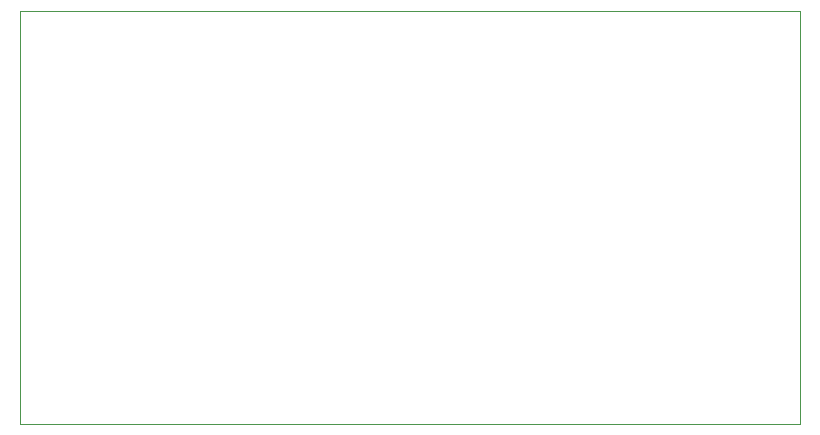
<source format=gbr>
%TF.GenerationSoftware,KiCad,Pcbnew,7.0.10*%
%TF.CreationDate,2025-08-08T15:07:21-06:00*%
%TF.ProjectId,Speedo,53706565-646f-42e6-9b69-6361645f7063,1.00*%
%TF.SameCoordinates,Original*%
%TF.FileFunction,Profile,NP*%
%FSLAX46Y46*%
G04 Gerber Fmt 4.6, Leading zero omitted, Abs format (unit mm)*
G04 Created by KiCad (PCBNEW 7.0.10) date 2025-08-08 15:07:21*
%MOMM*%
%LPD*%
G01*
G04 APERTURE LIST*
%TA.AperFunction,Profile*%
%ADD10C,0.100000*%
%TD*%
G04 APERTURE END LIST*
D10*
X71090000Y-74220000D02*
X137090000Y-74220000D01*
X137090000Y-109220000D01*
X71090000Y-109220000D01*
X71090000Y-74220000D01*
M02*

</source>
